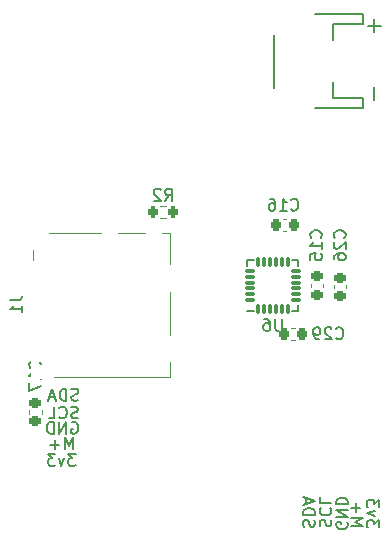
<source format=gbo>
%TF.GenerationSoftware,KiCad,Pcbnew,(6.0.8)*%
%TF.CreationDate,2023-02-13T22:42:50-05:00*%
%TF.ProjectId,miura_board,6d697572-615f-4626-9f61-72642e6b6963,rev?*%
%TF.SameCoordinates,Original*%
%TF.FileFunction,Legend,Bot*%
%TF.FilePolarity,Positive*%
%FSLAX46Y46*%
G04 Gerber Fmt 4.6, Leading zero omitted, Abs format (unit mm)*
G04 Created by KiCad (PCBNEW (6.0.8)) date 2023-02-13 22:42:50*
%MOMM*%
%LPD*%
G01*
G04 APERTURE LIST*
G04 Aperture macros list*
%AMRoundRect*
0 Rectangle with rounded corners*
0 $1 Rounding radius*
0 $2 $3 $4 $5 $6 $7 $8 $9 X,Y pos of 4 corners*
0 Add a 4 corners polygon primitive as box body*
4,1,4,$2,$3,$4,$5,$6,$7,$8,$9,$2,$3,0*
0 Add four circle primitives for the rounded corners*
1,1,$1+$1,$2,$3*
1,1,$1+$1,$4,$5*
1,1,$1+$1,$6,$7*
1,1,$1+$1,$8,$9*
0 Add four rect primitives between the rounded corners*
20,1,$1+$1,$2,$3,$4,$5,0*
20,1,$1+$1,$4,$5,$6,$7,0*
20,1,$1+$1,$6,$7,$8,$9,0*
20,1,$1+$1,$8,$9,$2,$3,0*%
G04 Aperture macros list end*
%ADD10C,0.150000*%
%ADD11C,0.177800*%
%ADD12C,0.127000*%
%ADD13C,0.120000*%
%ADD14C,3.800000*%
%ADD15R,1.000000X1.000000*%
%ADD16O,1.000000X1.000000*%
%ADD17C,0.650000*%
%ADD18O,1.000000X2.100000*%
%ADD19O,1.000000X1.600000*%
%ADD20C,0.900000*%
%ADD21RoundRect,0.075000X-0.350000X-0.075000X0.350000X-0.075000X0.350000X0.075000X-0.350000X0.075000X0*%
%ADD22RoundRect,0.075000X-0.075000X0.350000X-0.075000X-0.350000X0.075000X-0.350000X0.075000X0.350000X0*%
%ADD23RoundRect,0.225000X-0.225000X-0.250000X0.225000X-0.250000X0.225000X0.250000X-0.225000X0.250000X0*%
%ADD24RoundRect,0.225000X-0.250000X0.225000X-0.250000X-0.225000X0.250000X-0.225000X0.250000X0.225000X0*%
%ADD25RoundRect,0.200000X0.200000X0.275000X-0.200000X0.275000X-0.200000X-0.275000X0.200000X-0.275000X0*%
%ADD26R,1.350000X1.900000*%
%ADD27R,1.350000X1.550000*%
%ADD28R,1.800000X1.170000*%
%ADD29R,1.000000X1.200000*%
%ADD30R,1.100000X0.750000*%
%ADD31R,1.100000X0.850000*%
%ADD32RoundRect,0.225000X0.250000X-0.225000X0.250000X0.225000X-0.250000X0.225000X-0.250000X-0.225000X0*%
G04 APERTURE END LIST*
D10*
X95847619Y-80890476D02*
X95847619Y-80271428D01*
X95466666Y-80604761D01*
X95466666Y-80461904D01*
X95419047Y-80366666D01*
X95371428Y-80319047D01*
X95276190Y-80271428D01*
X95038095Y-80271428D01*
X94942857Y-80319047D01*
X94895238Y-80366666D01*
X94847619Y-80461904D01*
X94847619Y-80747619D01*
X94895238Y-80842857D01*
X94942857Y-80890476D01*
X95514285Y-79938095D02*
X94847619Y-79700000D01*
X95514285Y-79461904D01*
X95847619Y-79176190D02*
X95847619Y-78557142D01*
X95466666Y-78890476D01*
X95466666Y-78747619D01*
X95419047Y-78652380D01*
X95371428Y-78604761D01*
X95276190Y-78557142D01*
X95038095Y-78557142D01*
X94942857Y-78604761D01*
X94895238Y-78652380D01*
X94847619Y-78747619D01*
X94847619Y-79033333D01*
X94895238Y-79128571D01*
X94942857Y-79176190D01*
X93547619Y-80752380D02*
X94547619Y-80752380D01*
X93833333Y-80419047D01*
X94547619Y-80085714D01*
X93547619Y-80085714D01*
X93928571Y-79609523D02*
X93928571Y-78847619D01*
X93547619Y-79228571D02*
X94309523Y-79228571D01*
X93200000Y-80461904D02*
X93247619Y-80557142D01*
X93247619Y-80700000D01*
X93200000Y-80842857D01*
X93104761Y-80938095D01*
X93009523Y-80985714D01*
X92819047Y-81033333D01*
X92676190Y-81033333D01*
X92485714Y-80985714D01*
X92390476Y-80938095D01*
X92295238Y-80842857D01*
X92247619Y-80700000D01*
X92247619Y-80604761D01*
X92295238Y-80461904D01*
X92342857Y-80414285D01*
X92676190Y-80414285D01*
X92676190Y-80604761D01*
X92247619Y-79985714D02*
X93247619Y-79985714D01*
X92247619Y-79414285D01*
X93247619Y-79414285D01*
X92247619Y-78938095D02*
X93247619Y-78938095D01*
X93247619Y-78700000D01*
X93200000Y-78557142D01*
X93104761Y-78461904D01*
X93009523Y-78414285D01*
X92819047Y-78366666D01*
X92676190Y-78366666D01*
X92485714Y-78414285D01*
X92390476Y-78461904D01*
X92295238Y-78557142D01*
X92247619Y-78700000D01*
X92247619Y-78938095D01*
X90895238Y-80790476D02*
X90847619Y-80647619D01*
X90847619Y-80409523D01*
X90895238Y-80314285D01*
X90942857Y-80266666D01*
X91038095Y-80219047D01*
X91133333Y-80219047D01*
X91228571Y-80266666D01*
X91276190Y-80314285D01*
X91323809Y-80409523D01*
X91371428Y-80600000D01*
X91419047Y-80695238D01*
X91466666Y-80742857D01*
X91561904Y-80790476D01*
X91657142Y-80790476D01*
X91752380Y-80742857D01*
X91800000Y-80695238D01*
X91847619Y-80600000D01*
X91847619Y-80361904D01*
X91800000Y-80219047D01*
X90942857Y-79219047D02*
X90895238Y-79266666D01*
X90847619Y-79409523D01*
X90847619Y-79504761D01*
X90895238Y-79647619D01*
X90990476Y-79742857D01*
X91085714Y-79790476D01*
X91276190Y-79838095D01*
X91419047Y-79838095D01*
X91609523Y-79790476D01*
X91704761Y-79742857D01*
X91800000Y-79647619D01*
X91847619Y-79504761D01*
X91847619Y-79409523D01*
X91800000Y-79266666D01*
X91752380Y-79219047D01*
X90847619Y-78314285D02*
X90847619Y-78790476D01*
X91847619Y-78790476D01*
X89495238Y-80814285D02*
X89447619Y-80671428D01*
X89447619Y-80433333D01*
X89495238Y-80338095D01*
X89542857Y-80290476D01*
X89638095Y-80242857D01*
X89733333Y-80242857D01*
X89828571Y-80290476D01*
X89876190Y-80338095D01*
X89923809Y-80433333D01*
X89971428Y-80623809D01*
X90019047Y-80719047D01*
X90066666Y-80766666D01*
X90161904Y-80814285D01*
X90257142Y-80814285D01*
X90352380Y-80766666D01*
X90400000Y-80719047D01*
X90447619Y-80623809D01*
X90447619Y-80385714D01*
X90400000Y-80242857D01*
X89447619Y-79814285D02*
X90447619Y-79814285D01*
X90447619Y-79576190D01*
X90400000Y-79433333D01*
X90304761Y-79338095D01*
X90209523Y-79290476D01*
X90019047Y-79242857D01*
X89876190Y-79242857D01*
X89685714Y-79290476D01*
X89590476Y-79338095D01*
X89495238Y-79433333D01*
X89447619Y-79576190D01*
X89447619Y-79814285D01*
X89733333Y-78861904D02*
X89733333Y-78385714D01*
X89447619Y-78957142D02*
X90447619Y-78623809D01*
X89447619Y-78290476D01*
X70190476Y-74652380D02*
X69571428Y-74652380D01*
X69904761Y-75033333D01*
X69761904Y-75033333D01*
X69666666Y-75080952D01*
X69619047Y-75128571D01*
X69571428Y-75223809D01*
X69571428Y-75461904D01*
X69619047Y-75557142D01*
X69666666Y-75604761D01*
X69761904Y-75652380D01*
X70047619Y-75652380D01*
X70142857Y-75604761D01*
X70190476Y-75557142D01*
X69238095Y-74985714D02*
X69000000Y-75652380D01*
X68761904Y-74985714D01*
X68476190Y-74652380D02*
X67857142Y-74652380D01*
X68190476Y-75033333D01*
X68047619Y-75033333D01*
X67952380Y-75080952D01*
X67904761Y-75128571D01*
X67857142Y-75223809D01*
X67857142Y-75461904D01*
X67904761Y-75557142D01*
X67952380Y-75604761D01*
X68047619Y-75652380D01*
X68333333Y-75652380D01*
X68428571Y-75604761D01*
X68476190Y-75557142D01*
X69952380Y-74252380D02*
X69952380Y-73252380D01*
X69619047Y-73966666D01*
X69285714Y-73252380D01*
X69285714Y-74252380D01*
X68809523Y-73871428D02*
X68047619Y-73871428D01*
X68428571Y-74252380D02*
X68428571Y-73490476D01*
X69861904Y-72000000D02*
X69957142Y-71952380D01*
X70100000Y-71952380D01*
X70242857Y-72000000D01*
X70338095Y-72095238D01*
X70385714Y-72190476D01*
X70433333Y-72380952D01*
X70433333Y-72523809D01*
X70385714Y-72714285D01*
X70338095Y-72809523D01*
X70242857Y-72904761D01*
X70100000Y-72952380D01*
X70004761Y-72952380D01*
X69861904Y-72904761D01*
X69814285Y-72857142D01*
X69814285Y-72523809D01*
X70004761Y-72523809D01*
X69385714Y-72952380D02*
X69385714Y-71952380D01*
X68814285Y-72952380D01*
X68814285Y-71952380D01*
X68338095Y-72952380D02*
X68338095Y-71952380D01*
X68100000Y-71952380D01*
X67957142Y-72000000D01*
X67861904Y-72095238D01*
X67814285Y-72190476D01*
X67766666Y-72380952D01*
X67766666Y-72523809D01*
X67814285Y-72714285D01*
X67861904Y-72809523D01*
X67957142Y-72904761D01*
X68100000Y-72952380D01*
X68338095Y-72952380D01*
X70390476Y-71604761D02*
X70247619Y-71652380D01*
X70009523Y-71652380D01*
X69914285Y-71604761D01*
X69866666Y-71557142D01*
X69819047Y-71461904D01*
X69819047Y-71366666D01*
X69866666Y-71271428D01*
X69914285Y-71223809D01*
X70009523Y-71176190D01*
X70200000Y-71128571D01*
X70295238Y-71080952D01*
X70342857Y-71033333D01*
X70390476Y-70938095D01*
X70390476Y-70842857D01*
X70342857Y-70747619D01*
X70295238Y-70700000D01*
X70200000Y-70652380D01*
X69961904Y-70652380D01*
X69819047Y-70700000D01*
X68819047Y-71557142D02*
X68866666Y-71604761D01*
X69009523Y-71652380D01*
X69104761Y-71652380D01*
X69247619Y-71604761D01*
X69342857Y-71509523D01*
X69390476Y-71414285D01*
X69438095Y-71223809D01*
X69438095Y-71080952D01*
X69390476Y-70890476D01*
X69342857Y-70795238D01*
X69247619Y-70700000D01*
X69104761Y-70652380D01*
X69009523Y-70652380D01*
X68866666Y-70700000D01*
X68819047Y-70747619D01*
X67914285Y-71652380D02*
X68390476Y-71652380D01*
X68390476Y-70652380D01*
X70414285Y-70104761D02*
X70271428Y-70152380D01*
X70033333Y-70152380D01*
X69938095Y-70104761D01*
X69890476Y-70057142D01*
X69842857Y-69961904D01*
X69842857Y-69866666D01*
X69890476Y-69771428D01*
X69938095Y-69723809D01*
X70033333Y-69676190D01*
X70223809Y-69628571D01*
X70319047Y-69580952D01*
X70366666Y-69533333D01*
X70414285Y-69438095D01*
X70414285Y-69342857D01*
X70366666Y-69247619D01*
X70319047Y-69200000D01*
X70223809Y-69152380D01*
X69985714Y-69152380D01*
X69842857Y-69200000D01*
X69414285Y-70152380D02*
X69414285Y-69152380D01*
X69176190Y-69152380D01*
X69033333Y-69200000D01*
X68938095Y-69295238D01*
X68890476Y-69390476D01*
X68842857Y-69580952D01*
X68842857Y-69723809D01*
X68890476Y-69914285D01*
X68938095Y-70009523D01*
X69033333Y-70104761D01*
X69176190Y-70152380D01*
X69414285Y-70152380D01*
X68461904Y-69866666D02*
X67985714Y-69866666D01*
X68557142Y-70152380D02*
X68223809Y-69152380D01*
X67890476Y-70152380D01*
D11*
%TO.C,J6*%
X95486400Y-44659666D02*
X95486400Y-43575933D01*
X95486400Y-38944666D02*
X95486400Y-37860933D01*
X96028266Y-38402800D02*
X94944533Y-38402800D01*
D10*
%TO.C,U6*%
X87661904Y-63227380D02*
X87661904Y-64036904D01*
X87614285Y-64132142D01*
X87566666Y-64179761D01*
X87471428Y-64227380D01*
X87280952Y-64227380D01*
X87185714Y-64179761D01*
X87138095Y-64132142D01*
X87090476Y-64036904D01*
X87090476Y-63227380D01*
X86185714Y-63227380D02*
X86376190Y-63227380D01*
X86471428Y-63275000D01*
X86519047Y-63322619D01*
X86614285Y-63465476D01*
X86661904Y-63655952D01*
X86661904Y-64036904D01*
X86614285Y-64132142D01*
X86566666Y-64179761D01*
X86471428Y-64227380D01*
X86280952Y-64227380D01*
X86185714Y-64179761D01*
X86138095Y-64132142D01*
X86090476Y-64036904D01*
X86090476Y-63798809D01*
X86138095Y-63703571D01*
X86185714Y-63655952D01*
X86280952Y-63608333D01*
X86471428Y-63608333D01*
X86566666Y-63655952D01*
X86614285Y-63703571D01*
X86661904Y-63798809D01*
%TO.C,C16*%
X88442857Y-53957142D02*
X88490476Y-54004761D01*
X88633333Y-54052380D01*
X88728571Y-54052380D01*
X88871428Y-54004761D01*
X88966666Y-53909523D01*
X89014285Y-53814285D01*
X89061904Y-53623809D01*
X89061904Y-53480952D01*
X89014285Y-53290476D01*
X88966666Y-53195238D01*
X88871428Y-53100000D01*
X88728571Y-53052380D01*
X88633333Y-53052380D01*
X88490476Y-53100000D01*
X88442857Y-53147619D01*
X87490476Y-54052380D02*
X88061904Y-54052380D01*
X87776190Y-54052380D02*
X87776190Y-53052380D01*
X87871428Y-53195238D01*
X87966666Y-53290476D01*
X88061904Y-53338095D01*
X86633333Y-53052380D02*
X86823809Y-53052380D01*
X86919047Y-53100000D01*
X86966666Y-53147619D01*
X87061904Y-53290476D01*
X87109523Y-53480952D01*
X87109523Y-53861904D01*
X87061904Y-53957142D01*
X87014285Y-54004761D01*
X86919047Y-54052380D01*
X86728571Y-54052380D01*
X86633333Y-54004761D01*
X86585714Y-53957142D01*
X86538095Y-53861904D01*
X86538095Y-53623809D01*
X86585714Y-53528571D01*
X86633333Y-53480952D01*
X86728571Y-53433333D01*
X86919047Y-53433333D01*
X87014285Y-53480952D01*
X87061904Y-53528571D01*
X87109523Y-53623809D01*
%TO.C,C26*%
X92957142Y-56357142D02*
X93004761Y-56309523D01*
X93052380Y-56166666D01*
X93052380Y-56071428D01*
X93004761Y-55928571D01*
X92909523Y-55833333D01*
X92814285Y-55785714D01*
X92623809Y-55738095D01*
X92480952Y-55738095D01*
X92290476Y-55785714D01*
X92195238Y-55833333D01*
X92100000Y-55928571D01*
X92052380Y-56071428D01*
X92052380Y-56166666D01*
X92100000Y-56309523D01*
X92147619Y-56357142D01*
X92147619Y-56738095D02*
X92100000Y-56785714D01*
X92052380Y-56880952D01*
X92052380Y-57119047D01*
X92100000Y-57214285D01*
X92147619Y-57261904D01*
X92242857Y-57309523D01*
X92338095Y-57309523D01*
X92480952Y-57261904D01*
X93052380Y-56690476D01*
X93052380Y-57309523D01*
X92052380Y-58166666D02*
X92052380Y-57976190D01*
X92100000Y-57880952D01*
X92147619Y-57833333D01*
X92290476Y-57738095D01*
X92480952Y-57690476D01*
X92861904Y-57690476D01*
X92957142Y-57738095D01*
X93004761Y-57785714D01*
X93052380Y-57880952D01*
X93052380Y-58071428D01*
X93004761Y-58166666D01*
X92957142Y-58214285D01*
X92861904Y-58261904D01*
X92623809Y-58261904D01*
X92528571Y-58214285D01*
X92480952Y-58166666D01*
X92433333Y-58071428D01*
X92433333Y-57880952D01*
X92480952Y-57785714D01*
X92528571Y-57738095D01*
X92623809Y-57690476D01*
%TO.C,R2*%
X77766666Y-53222380D02*
X78100000Y-52746190D01*
X78338095Y-53222380D02*
X78338095Y-52222380D01*
X77957142Y-52222380D01*
X77861904Y-52270000D01*
X77814285Y-52317619D01*
X77766666Y-52412857D01*
X77766666Y-52555714D01*
X77814285Y-52650952D01*
X77861904Y-52698571D01*
X77957142Y-52746190D01*
X78338095Y-52746190D01*
X77385714Y-52317619D02*
X77338095Y-52270000D01*
X77242857Y-52222380D01*
X77004761Y-52222380D01*
X76909523Y-52270000D01*
X76861904Y-52317619D01*
X76814285Y-52412857D01*
X76814285Y-52508095D01*
X76861904Y-52650952D01*
X77433333Y-53222380D01*
X76814285Y-53222380D01*
%TO.C,J1*%
X64659880Y-61666666D02*
X65374166Y-61666666D01*
X65517023Y-61619047D01*
X65612261Y-61523809D01*
X65659880Y-61380952D01*
X65659880Y-61285714D01*
X65659880Y-62666666D02*
X65659880Y-62095238D01*
X65659880Y-62380952D02*
X64659880Y-62380952D01*
X64802738Y-62285714D01*
X64897976Y-62190476D01*
X64945595Y-62095238D01*
%TO.C,C17*%
X67157142Y-67357142D02*
X67204761Y-67309523D01*
X67252380Y-67166666D01*
X67252380Y-67071428D01*
X67204761Y-66928571D01*
X67109523Y-66833333D01*
X67014285Y-66785714D01*
X66823809Y-66738095D01*
X66680952Y-66738095D01*
X66490476Y-66785714D01*
X66395238Y-66833333D01*
X66300000Y-66928571D01*
X66252380Y-67071428D01*
X66252380Y-67166666D01*
X66300000Y-67309523D01*
X66347619Y-67357142D01*
X67252380Y-68309523D02*
X67252380Y-67738095D01*
X67252380Y-68023809D02*
X66252380Y-68023809D01*
X66395238Y-67928571D01*
X66490476Y-67833333D01*
X66538095Y-67738095D01*
X66252380Y-68642857D02*
X66252380Y-69309523D01*
X67252380Y-68880952D01*
%TO.C,C29*%
X92242857Y-64857142D02*
X92290476Y-64904761D01*
X92433333Y-64952380D01*
X92528571Y-64952380D01*
X92671428Y-64904761D01*
X92766666Y-64809523D01*
X92814285Y-64714285D01*
X92861904Y-64523809D01*
X92861904Y-64380952D01*
X92814285Y-64190476D01*
X92766666Y-64095238D01*
X92671428Y-64000000D01*
X92528571Y-63952380D01*
X92433333Y-63952380D01*
X92290476Y-64000000D01*
X92242857Y-64047619D01*
X91861904Y-64047619D02*
X91814285Y-64000000D01*
X91719047Y-63952380D01*
X91480952Y-63952380D01*
X91385714Y-64000000D01*
X91338095Y-64047619D01*
X91290476Y-64142857D01*
X91290476Y-64238095D01*
X91338095Y-64380952D01*
X91909523Y-64952380D01*
X91290476Y-64952380D01*
X90814285Y-64952380D02*
X90623809Y-64952380D01*
X90528571Y-64904761D01*
X90480952Y-64857142D01*
X90385714Y-64714285D01*
X90338095Y-64523809D01*
X90338095Y-64142857D01*
X90385714Y-64047619D01*
X90433333Y-64000000D01*
X90528571Y-63952380D01*
X90719047Y-63952380D01*
X90814285Y-64000000D01*
X90861904Y-64047619D01*
X90909523Y-64142857D01*
X90909523Y-64380952D01*
X90861904Y-64476190D01*
X90814285Y-64523809D01*
X90719047Y-64571428D01*
X90528571Y-64571428D01*
X90433333Y-64523809D01*
X90385714Y-64476190D01*
X90338095Y-64380952D01*
%TO.C,C15*%
X90957142Y-56357142D02*
X91004761Y-56309523D01*
X91052380Y-56166666D01*
X91052380Y-56071428D01*
X91004761Y-55928571D01*
X90909523Y-55833333D01*
X90814285Y-55785714D01*
X90623809Y-55738095D01*
X90480952Y-55738095D01*
X90290476Y-55785714D01*
X90195238Y-55833333D01*
X90100000Y-55928571D01*
X90052380Y-56071428D01*
X90052380Y-56166666D01*
X90100000Y-56309523D01*
X90147619Y-56357142D01*
X91052380Y-57309523D02*
X91052380Y-56738095D01*
X91052380Y-57023809D02*
X90052380Y-57023809D01*
X90195238Y-56928571D01*
X90290476Y-56833333D01*
X90338095Y-56738095D01*
X90052380Y-58214285D02*
X90052380Y-57738095D01*
X90528571Y-57690476D01*
X90480952Y-57738095D01*
X90433333Y-57833333D01*
X90433333Y-58071428D01*
X90480952Y-58166666D01*
X90528571Y-58214285D01*
X90623809Y-58261904D01*
X90861904Y-58261904D01*
X90957142Y-58214285D01*
X91004761Y-58166666D01*
X91052380Y-58071428D01*
X91052380Y-57833333D01*
X91004761Y-57738095D01*
X90957142Y-57690476D01*
D12*
%TO.C,J6*%
X87000260Y-43647900D02*
X87000260Y-39152100D01*
X94498340Y-37402040D02*
X94498340Y-38250400D01*
X94498340Y-38250400D02*
X91998980Y-38250400D01*
X91998980Y-43147520D02*
X91998980Y-44549600D01*
X94498340Y-44549600D02*
X94498340Y-45397960D01*
X90497840Y-37402040D02*
X94498340Y-37402040D01*
X94498340Y-45397960D02*
X90497840Y-45397960D01*
X91998980Y-44549600D02*
X94498340Y-44549600D01*
X91998980Y-38250400D02*
X91998980Y-39652480D01*
D10*
%TO.C,U6*%
X84750000Y-62550000D02*
X85275000Y-62550000D01*
X89050000Y-62550000D02*
X88525000Y-62550000D01*
X89050000Y-58250000D02*
X88525000Y-58250000D01*
X84750000Y-58250000D02*
X84750000Y-58775000D01*
X89050000Y-62550000D02*
X89050000Y-62025000D01*
X89050000Y-58250000D02*
X89050000Y-58775000D01*
X84750000Y-58250000D02*
X85275000Y-58250000D01*
D13*
%TO.C,C16*%
X87759420Y-55810000D02*
X88040580Y-55810000D01*
X87759420Y-54790000D02*
X88040580Y-54790000D01*
%TO.C,C26*%
X92090000Y-60359420D02*
X92090000Y-60640580D01*
X93110000Y-60359420D02*
X93110000Y-60640580D01*
%TO.C,R2*%
X77837258Y-53677500D02*
X77362742Y-53677500D01*
X77837258Y-54722500D02*
X77362742Y-54722500D01*
%TO.C,J1*%
X78207500Y-60910000D02*
X78207500Y-64580000D01*
X66567500Y-57410000D02*
X66567500Y-58270000D01*
X67937500Y-55930000D02*
X72387500Y-55930000D01*
X73787500Y-55930000D02*
X76087500Y-55930000D01*
X78207500Y-68110000D02*
X68387500Y-68110000D01*
X78207500Y-55930000D02*
X78207500Y-58610000D01*
X77487500Y-55930000D02*
X78207500Y-55930000D01*
X78207500Y-66880000D02*
X78207500Y-68110000D01*
%TO.C,C17*%
X67310000Y-71240580D02*
X67310000Y-70959420D01*
X66290000Y-71240580D02*
X66290000Y-70959420D01*
%TO.C,C29*%
X88459420Y-63990000D02*
X88740580Y-63990000D01*
X88459420Y-65010000D02*
X88740580Y-65010000D01*
%TO.C,C15*%
X90090000Y-60259420D02*
X90090000Y-60540580D01*
X91110000Y-60259420D02*
X91110000Y-60540580D01*
%TD*%
%LPC*%
D14*
%TO.C,H1*%
X112760000Y-36760000D03*
%TD*%
D15*
%TO.C,J3*%
X95250000Y-82600000D03*
D16*
X93980000Y-82600000D03*
X92710000Y-82600000D03*
X91440000Y-82600000D03*
X90170000Y-82600000D03*
%TD*%
D14*
%TO.C,H3*%
X61460000Y-84530000D03*
%TD*%
%TO.C,H2*%
X61540000Y-36810000D03*
%TD*%
%TO.C,H4*%
X112510000Y-84560000D03*
%TD*%
D17*
%TO.C,USB1*%
X99610000Y-77835000D03*
X105390000Y-77835000D03*
D18*
X106820000Y-77305000D03*
D19*
X98180000Y-81485000D03*
D18*
X98180000Y-77305000D03*
D19*
X106820000Y-81485000D03*
%TD*%
D15*
%TO.C,J2*%
X63500000Y-74850000D03*
D16*
X63500000Y-73580000D03*
X63500000Y-72310000D03*
X63500000Y-71040000D03*
X63500000Y-69770000D03*
%TD*%
D20*
%TO.C,SW1*%
X109960000Y-56700000D03*
X109960000Y-49900000D03*
%TD*%
D21*
%TO.C,U6*%
X84950000Y-61650000D03*
X84950000Y-61150000D03*
X84950000Y-60650000D03*
X84950000Y-60150000D03*
X84950000Y-59650000D03*
X84950000Y-59150000D03*
D22*
X85650000Y-58450000D03*
X86150000Y-58450000D03*
X86650000Y-58450000D03*
X87150000Y-58450000D03*
X87650000Y-58450000D03*
X88150000Y-58450000D03*
D21*
X88850000Y-59150000D03*
X88850000Y-59650000D03*
X88850000Y-60150000D03*
X88850000Y-60650000D03*
X88850000Y-61150000D03*
X88850000Y-61650000D03*
D22*
X88150000Y-62350000D03*
X87650000Y-62350000D03*
X87150000Y-62350000D03*
X86650000Y-62350000D03*
X86150000Y-62350000D03*
X85650000Y-62350000D03*
%TD*%
D23*
%TO.C,C16*%
X87125000Y-55300000D03*
X88675000Y-55300000D03*
%TD*%
D24*
%TO.C,C26*%
X92600000Y-59725000D03*
X92600000Y-61275000D03*
%TD*%
D25*
%TO.C,R2*%
X78425000Y-54200000D03*
X76775000Y-54200000D03*
%TD*%
D26*
%TO.C,J1*%
X77762500Y-65730000D03*
D27*
X67062500Y-56435000D03*
D28*
X67287500Y-67755000D03*
D26*
X77762500Y-59760000D03*
D29*
X76787500Y-56260000D03*
X73087500Y-56260000D03*
D30*
X66937500Y-66545000D03*
D31*
X66937500Y-65495000D03*
X66937500Y-64395000D03*
X66937500Y-63295000D03*
X66937500Y-62195000D03*
X66937500Y-61095000D03*
X66937500Y-59995000D03*
X66937500Y-58895000D03*
%TD*%
D32*
%TO.C,C17*%
X66800000Y-71875000D03*
X66800000Y-70325000D03*
%TD*%
D23*
%TO.C,C29*%
X87825000Y-64500000D03*
X89375000Y-64500000D03*
%TD*%
D24*
%TO.C,C15*%
X90600000Y-59625000D03*
X90600000Y-61175000D03*
%TD*%
M02*

</source>
